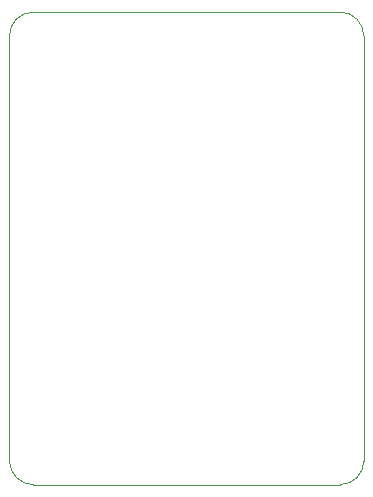
<source format=gbr>
%TF.GenerationSoftware,KiCad,Pcbnew,8.0.7*%
%TF.CreationDate,2025-03-28T18:01:28+01:00*%
%TF.ProjectId,StrainGauge,53747261-696e-4476-9175-67652e6b6963,rev?*%
%TF.SameCoordinates,Original*%
%TF.FileFunction,Profile,NP*%
%FSLAX46Y46*%
G04 Gerber Fmt 4.6, Leading zero omitted, Abs format (unit mm)*
G04 Created by KiCad (PCBNEW 8.0.7) date 2025-03-28 18:01:28*
%MOMM*%
%LPD*%
G01*
G04 APERTURE LIST*
%TA.AperFunction,Profile*%
%ADD10C,0.100000*%
%TD*%
G04 APERTURE END LIST*
D10*
X130000000Y-132000000D02*
G75*
G02*
X128000000Y-130000000I0J2000000D01*
G01*
X128000000Y-94000000D02*
X128000000Y-130000000D01*
X128000000Y-94000000D02*
G75*
G02*
X130000000Y-92000000I2000000J0D01*
G01*
X158000000Y-94000000D02*
X158000000Y-130000000D01*
X158000000Y-130000000D02*
G75*
G02*
X156000000Y-132000000I-2000000J0D01*
G01*
X156000000Y-92000000D02*
G75*
G02*
X158000000Y-94000000I0J-2000000D01*
G01*
X156000000Y-92000000D02*
X130000000Y-92000000D01*
X130000000Y-132000000D02*
X156000000Y-132000000D01*
M02*

</source>
